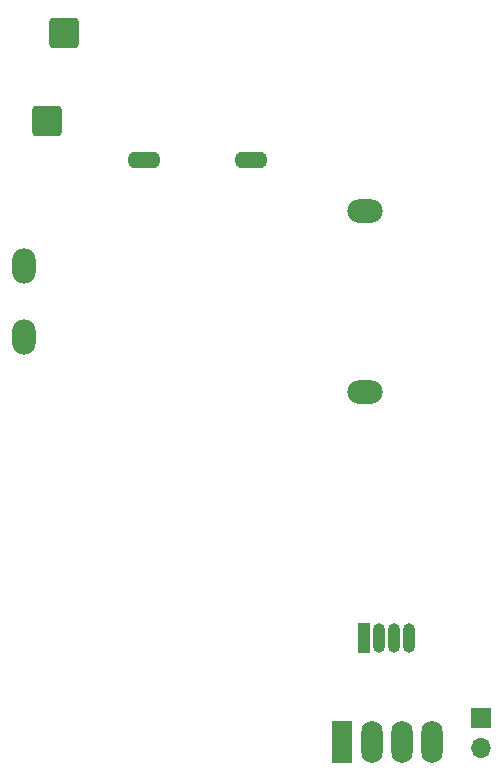
<source format=gbs>
G04 #@! TF.GenerationSoftware,KiCad,Pcbnew,7.0.2-6a45011f42~172~ubuntu22.04.1*
G04 #@! TF.CreationDate,2023-04-22T08:26:11-07:00*
G04 #@! TF.ProjectId,esp8266-plugpack,65737038-3236-4362-9d70-6c7567706163,rev?*
G04 #@! TF.SameCoordinates,Original*
G04 #@! TF.FileFunction,Soldermask,Bot*
G04 #@! TF.FilePolarity,Negative*
%FSLAX46Y46*%
G04 Gerber Fmt 4.6, Leading zero omitted, Abs format (unit mm)*
G04 Created by KiCad (PCBNEW 7.0.2-6a45011f42~172~ubuntu22.04.1) date 2023-04-22 08:26:11*
%MOMM*%
%LPD*%
G01*
G04 APERTURE LIST*
G04 Aperture macros list*
%AMRoundRect*
0 Rectangle with rounded corners*
0 $1 Rounding radius*
0 $2 $3 $4 $5 $6 $7 $8 $9 X,Y pos of 4 corners*
0 Add a 4 corners polygon primitive as box body*
4,1,4,$2,$3,$4,$5,$6,$7,$8,$9,$2,$3,0*
0 Add four circle primitives for the rounded corners*
1,1,$1+$1,$2,$3*
1,1,$1+$1,$4,$5*
1,1,$1+$1,$6,$7*
1,1,$1+$1,$8,$9*
0 Add four rect primitives between the rounded corners*
20,1,$1+$1,$2,$3,$4,$5,0*
20,1,$1+$1,$4,$5,$6,$7,0*
20,1,$1+$1,$6,$7,$8,$9,0*
20,1,$1+$1,$8,$9,$2,$3,0*%
G04 Aperture macros list end*
%ADD10RoundRect,0.250000X1.000000X-1.000000X1.000000X1.000000X-1.000000X1.000000X-1.000000X-1.000000X0*%
%ADD11R,1.070000X2.500000*%
%ADD12O,1.070000X2.500000*%
%ADD13R,1.800000X3.600000*%
%ADD14O,1.800000X3.600000*%
%ADD15R,1.700000X1.700000*%
%ADD16O,1.700000X1.700000*%
%ADD17O,2.000000X3.000000*%
%ADD18O,3.000000X2.000000*%
%ADD19O,2.800000X1.400000*%
G04 APERTURE END LIST*
D10*
G04 #@! TO.C,RV1*
X83300000Y-80250000D03*
X84700000Y-72750000D03*
G04 #@! TD*
D11*
G04 #@! TO.C,D7*
X110100000Y-124000000D03*
D12*
X111370000Y-124000000D03*
X112640000Y-124000000D03*
X113910000Y-124000000D03*
G04 #@! TD*
D13*
G04 #@! TO.C,J1*
X108200000Y-132800000D03*
D14*
X110740000Y-132800000D03*
X113280000Y-132800000D03*
X115820000Y-132800000D03*
G04 #@! TD*
D15*
G04 #@! TO.C,J3*
X120000000Y-130725000D03*
D16*
X120000000Y-133265000D03*
G04 #@! TD*
D17*
G04 #@! TO.C,X1*
X81300000Y-92500000D03*
X81300000Y-98500000D03*
D18*
X110200000Y-87800000D03*
X110200000Y-103200000D03*
G04 #@! TD*
D19*
G04 #@! TO.C,F2*
X100510000Y-83500000D03*
X91490000Y-83500000D03*
G04 #@! TD*
M02*

</source>
